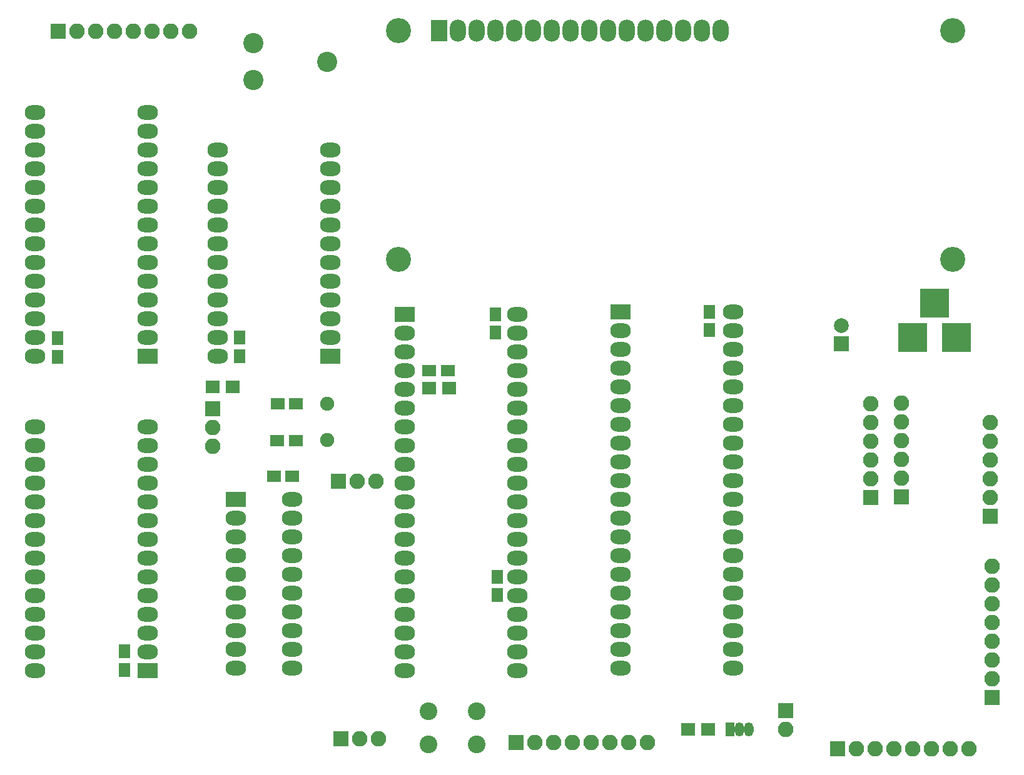
<source format=gbs>
G04 #@! TF.FileFunction,Soldermask,Bot*
%FSLAX46Y46*%
G04 Gerber Fmt 4.6, Leading zero omitted, Abs format (unit mm)*
G04 Created by KiCad (PCBNEW 4.0.4-stable) date 01/15/23 21:29:53*
%MOMM*%
%LPD*%
G01*
G04 APERTURE LIST*
%ADD10C,0.100000*%
%ADD11R,1.650000X1.900000*%
%ADD12R,1.900000X1.650000*%
%ADD13R,2.000000X2.000000*%
%ADD14C,2.000000*%
%ADD15R,3.900000X3.900000*%
%ADD16R,2.200000X3.000000*%
%ADD17O,2.200000X3.000000*%
%ADD18C,3.400000*%
%ADD19R,2.100000X2.100000*%
%ADD20O,2.100000X2.100000*%
%ADD21O,1.300000X1.900000*%
%ADD22R,1.300000X1.900000*%
%ADD23R,1.900000X1.700000*%
%ADD24C,2.740000*%
%ADD25C,2.400000*%
%ADD26R,2.800000X2.000000*%
%ADD27O,2.800000X2.000000*%
%ADD28C,1.900000*%
G04 APERTURE END LIST*
D10*
D11*
X98475800Y-129570800D03*
X98475800Y-127070800D03*
D12*
X71176200Y-108610400D03*
X68676200Y-108610400D03*
D11*
X98196400Y-91510800D03*
X98196400Y-94010800D03*
D12*
X71201600Y-103657400D03*
X68701600Y-103657400D03*
X68193600Y-113436400D03*
X70693600Y-113436400D03*
D11*
X47955200Y-139654600D03*
X47955200Y-137154600D03*
D12*
X89250200Y-99161600D03*
X91750200Y-99161600D03*
D13*
X145008600Y-95504000D03*
D14*
X145008600Y-93004000D03*
D11*
X63576200Y-97185800D03*
X63576200Y-94685800D03*
X127152400Y-91155200D03*
X127152400Y-93655200D03*
D15*
X154635200Y-94691200D03*
X160635200Y-94691200D03*
X157635200Y-89991200D03*
D16*
X90576400Y-53086000D03*
D17*
X93116400Y-53086000D03*
X95656400Y-53086000D03*
X98196400Y-53086000D03*
X100736400Y-53086000D03*
X103276400Y-53086000D03*
X105816400Y-53086000D03*
X108356400Y-53086000D03*
X110896400Y-53086000D03*
X113436400Y-53086000D03*
X115976400Y-53086000D03*
X118516400Y-53086000D03*
X121056400Y-53086000D03*
X123596400Y-53086000D03*
X126136400Y-53086000D03*
X128676400Y-53086000D03*
D18*
X85077300Y-53086000D03*
X85077300Y-84086700D03*
X160075880Y-84086700D03*
X160076400Y-53086000D03*
D19*
X153111200Y-116281200D03*
D20*
X153111200Y-113741200D03*
X153111200Y-111201200D03*
X153111200Y-108661200D03*
X153111200Y-106121200D03*
X153111200Y-103581200D03*
D19*
X149021800Y-116332000D03*
D20*
X149021800Y-113792000D03*
X149021800Y-111252000D03*
X149021800Y-108712000D03*
X149021800Y-106172000D03*
X149021800Y-103632000D03*
D19*
X39014400Y-53187600D03*
D20*
X41554400Y-53187600D03*
X44094400Y-53187600D03*
X46634400Y-53187600D03*
X49174400Y-53187600D03*
X51714400Y-53187600D03*
X54254400Y-53187600D03*
X56794400Y-53187600D03*
D19*
X100965000Y-149479000D03*
D20*
X103505000Y-149479000D03*
X106045000Y-149479000D03*
X108585000Y-149479000D03*
X111125000Y-149479000D03*
X113665000Y-149479000D03*
X116205000Y-149479000D03*
X118745000Y-149479000D03*
D19*
X77266800Y-148996400D03*
D20*
X79806800Y-148996400D03*
X82346800Y-148996400D03*
D19*
X76962000Y-114096800D03*
D20*
X79502000Y-114096800D03*
X82042000Y-114096800D03*
D19*
X137464800Y-145211800D03*
D20*
X137464800Y-147751800D03*
D19*
X59893200Y-104267000D03*
D20*
X59893200Y-106807000D03*
X59893200Y-109347000D03*
D19*
X144475200Y-150368000D03*
D20*
X147015200Y-150368000D03*
X149555200Y-150368000D03*
X152095200Y-150368000D03*
X154635200Y-150368000D03*
X157175200Y-150368000D03*
X159715200Y-150368000D03*
X162255200Y-150368000D03*
D19*
X165404800Y-143459200D03*
D20*
X165404800Y-140919200D03*
X165404800Y-138379200D03*
X165404800Y-135839200D03*
X165404800Y-133299200D03*
X165404800Y-130759200D03*
X165404800Y-128219200D03*
X165404800Y-125679200D03*
D19*
X165201600Y-118872000D03*
D20*
X165201600Y-116332000D03*
X165201600Y-113792000D03*
X165201600Y-111252000D03*
X165201600Y-108712000D03*
X165201600Y-106172000D03*
D21*
X131241800Y-147777200D03*
X132511800Y-147777200D03*
D22*
X129971800Y-147777200D03*
D23*
X89226400Y-101473000D03*
X91926400Y-101473000D03*
X124303800Y-147726400D03*
X127003800Y-147726400D03*
X62665600Y-101320600D03*
X59965600Y-101320600D03*
D24*
X65430400Y-54791600D03*
X75430400Y-57291600D03*
X65430400Y-59791600D03*
D25*
X89154000Y-149788000D03*
X89154000Y-145288000D03*
X95654000Y-149788000D03*
X95654000Y-145288000D03*
D26*
X85953600Y-91516200D03*
D27*
X101193600Y-139776200D03*
X85953600Y-94056200D03*
X101193600Y-137236200D03*
X85953600Y-96596200D03*
X101193600Y-134696200D03*
X85953600Y-99136200D03*
X101193600Y-132156200D03*
X85953600Y-101676200D03*
X101193600Y-129616200D03*
X85953600Y-104216200D03*
X101193600Y-127076200D03*
X85953600Y-106756200D03*
X101193600Y-124536200D03*
X85953600Y-109296200D03*
X101193600Y-121996200D03*
X85953600Y-111836200D03*
X101193600Y-119456200D03*
X85953600Y-114376200D03*
X101193600Y-116916200D03*
X85953600Y-116916200D03*
X101193600Y-114376200D03*
X85953600Y-119456200D03*
X101193600Y-111836200D03*
X85953600Y-121996200D03*
X101193600Y-109296200D03*
X85953600Y-124536200D03*
X101193600Y-106756200D03*
X85953600Y-127076200D03*
X101193600Y-104216200D03*
X85953600Y-129616200D03*
X101193600Y-101676200D03*
X85953600Y-132156200D03*
X101193600Y-99136200D03*
X85953600Y-134696200D03*
X101193600Y-96596200D03*
X85953600Y-137236200D03*
X101193600Y-94056200D03*
X85953600Y-139776200D03*
X101193600Y-91516200D03*
D26*
X63042800Y-116560600D03*
D27*
X70662800Y-139420600D03*
X63042800Y-119100600D03*
X70662800Y-136880600D03*
X63042800Y-121640600D03*
X70662800Y-134340600D03*
X63042800Y-124180600D03*
X70662800Y-131800600D03*
X63042800Y-126720600D03*
X70662800Y-129260600D03*
X63042800Y-129260600D03*
X70662800Y-126720600D03*
X63042800Y-131800600D03*
X70662800Y-124180600D03*
X63042800Y-134340600D03*
X70662800Y-121640600D03*
X63042800Y-136880600D03*
X70662800Y-119100600D03*
X63042800Y-139420600D03*
X70662800Y-116560600D03*
D26*
X51079400Y-139750800D03*
D27*
X35839400Y-106730800D03*
X51079400Y-137210800D03*
X35839400Y-109270800D03*
X51079400Y-134670800D03*
X35839400Y-111810800D03*
X51079400Y-132130800D03*
X35839400Y-114350800D03*
X51079400Y-129590800D03*
X35839400Y-116890800D03*
X51079400Y-127050800D03*
X35839400Y-119430800D03*
X51079400Y-124510800D03*
X35839400Y-121970800D03*
X51079400Y-121970800D03*
X35839400Y-124510800D03*
X51079400Y-119430800D03*
X35839400Y-127050800D03*
X51079400Y-116890800D03*
X35839400Y-129590800D03*
X51079400Y-114350800D03*
X35839400Y-132130800D03*
X51079400Y-111810800D03*
X35839400Y-134670800D03*
X51079400Y-109270800D03*
X35839400Y-137210800D03*
X51079400Y-106730800D03*
X35839400Y-139750800D03*
D26*
X51130200Y-97180400D03*
D27*
X35890200Y-64160400D03*
X51130200Y-94640400D03*
X35890200Y-66700400D03*
X51130200Y-92100400D03*
X35890200Y-69240400D03*
X51130200Y-89560400D03*
X35890200Y-71780400D03*
X51130200Y-87020400D03*
X35890200Y-74320400D03*
X51130200Y-84480400D03*
X35890200Y-76860400D03*
X51130200Y-81940400D03*
X35890200Y-79400400D03*
X51130200Y-79400400D03*
X35890200Y-81940400D03*
X51130200Y-76860400D03*
X35890200Y-84480400D03*
X51130200Y-74320400D03*
X35890200Y-87020400D03*
X51130200Y-71780400D03*
X35890200Y-89560400D03*
X51130200Y-69240400D03*
X35890200Y-92100400D03*
X51130200Y-66700400D03*
X35890200Y-94640400D03*
X51130200Y-64160400D03*
X35890200Y-97180400D03*
D26*
X75819000Y-97155000D03*
D27*
X60579000Y-69215000D03*
X75819000Y-94615000D03*
X60579000Y-71755000D03*
X75819000Y-92075000D03*
X60579000Y-74295000D03*
X75819000Y-89535000D03*
X60579000Y-76835000D03*
X75819000Y-86995000D03*
X60579000Y-79375000D03*
X75819000Y-84455000D03*
X60579000Y-81915000D03*
X75819000Y-81915000D03*
X60579000Y-84455000D03*
X75819000Y-79375000D03*
X60579000Y-86995000D03*
X75819000Y-76835000D03*
X60579000Y-89535000D03*
X75819000Y-74295000D03*
X60579000Y-92075000D03*
X75819000Y-71755000D03*
X60579000Y-94615000D03*
X75819000Y-69215000D03*
X60579000Y-97155000D03*
D26*
X115112800Y-91160600D03*
D27*
X130352800Y-139420600D03*
X115112800Y-93700600D03*
X130352800Y-136880600D03*
X115112800Y-96240600D03*
X130352800Y-134340600D03*
X115112800Y-98780600D03*
X130352800Y-131800600D03*
X115112800Y-101320600D03*
X130352800Y-129260600D03*
X115112800Y-103860600D03*
X130352800Y-126720600D03*
X115112800Y-106400600D03*
X130352800Y-124180600D03*
X115112800Y-108940600D03*
X130352800Y-121640600D03*
X115112800Y-111480600D03*
X130352800Y-119100600D03*
X115112800Y-114020600D03*
X130352800Y-116560600D03*
X115112800Y-116560600D03*
X130352800Y-114020600D03*
X115112800Y-119100600D03*
X130352800Y-111480600D03*
X115112800Y-121640600D03*
X130352800Y-108940600D03*
X115112800Y-124180600D03*
X130352800Y-106400600D03*
X115112800Y-126720600D03*
X130352800Y-103860600D03*
X115112800Y-129260600D03*
X130352800Y-101320600D03*
X115112800Y-131800600D03*
X130352800Y-98780600D03*
X115112800Y-134340600D03*
X130352800Y-96240600D03*
X115112800Y-136880600D03*
X130352800Y-93700600D03*
X115112800Y-139420600D03*
X130352800Y-91160600D03*
D28*
X75387200Y-108559600D03*
X75387200Y-103659600D03*
D11*
X38938200Y-97262000D03*
X38938200Y-94762000D03*
M02*

</source>
